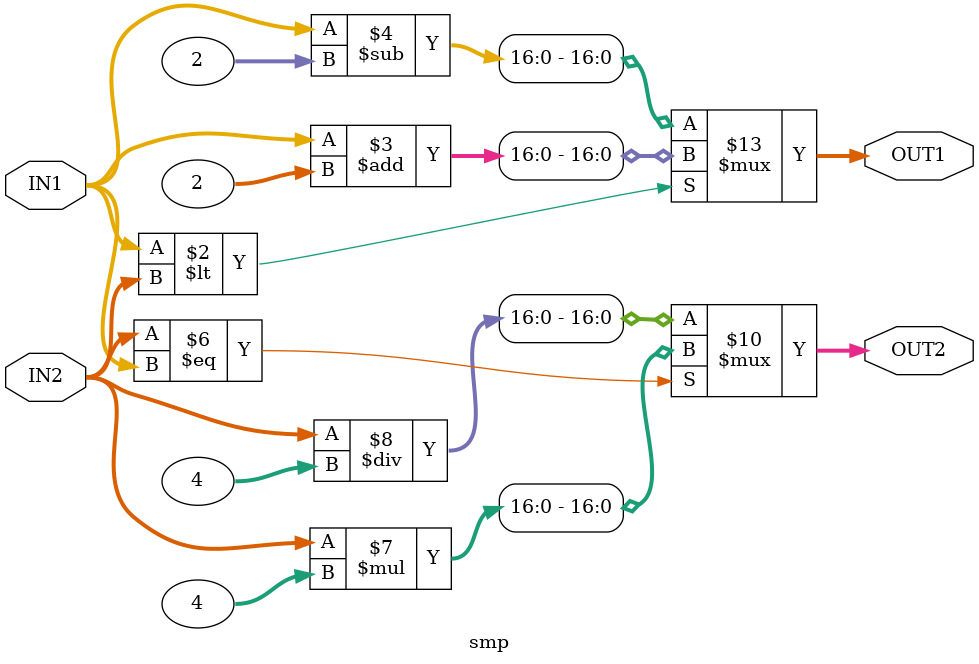
<source format=v>
module smp(IN1, IN2, OUT1, OUT2);
 input [16:0] IN1;
 input [16:0] IN2;
 output [16:0] OUT1;
 output [16:0] OUT2;
 reg [16:0] OUT1;
 reg [16:0] OUT2;
 always @(IN1 or IN2)
   if(IN1 < IN2)
     OUT1 = IN1 + 2; //warning here if width argument is set to 16
   else
     OUT1 = IN1 - 2; //warning here if width argument is set to 16
  always @(IN1 or IN2)
   if(IN2 == IN1)
     OUT2 = IN2 * 4; //warning here if width argument is set to 16
   else
     OUT2 = IN2 / 4; //warning here if width argument is set to 16
endmodule


</source>
